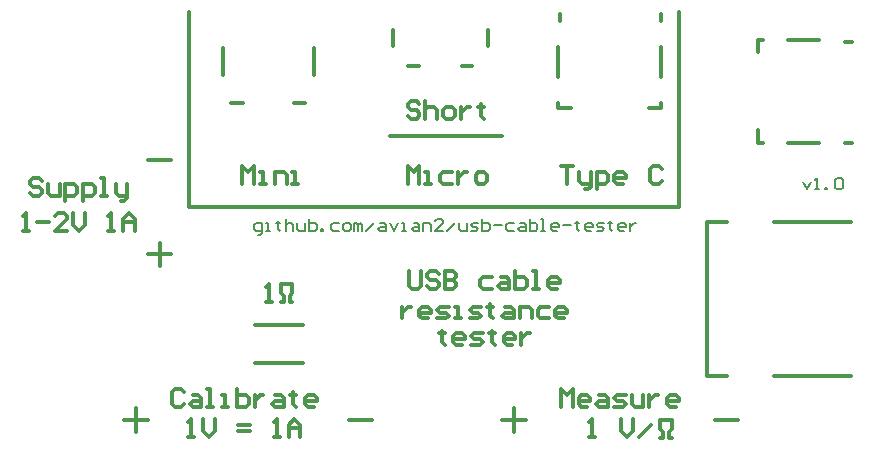
<source format=gto>
G04 Layer_Color=65535*
%FSLAX25Y25*%
%MOIN*%
G70*
G01*
G75*
%ADD37C,0.01181*%
%ADD38C,0.00787*%
D37*
X221850Y53150D02*
X222835D01*
Y55118D01*
X221850Y56102D02*
Y59055D01*
X225787D01*
Y56102D02*
Y59055D01*
X224803Y53150D02*
Y54134D01*
Y53150D02*
X225787D01*
X224803Y54134D02*
Y55118D01*
X225787Y56102D01*
X221850Y56102D02*
X222835Y55118D01*
X237453Y73492D02*
Y125067D01*
Y73492D02*
X244146D01*
X260051D02*
X285433D01*
X260051Y125067D02*
X285484D01*
X237453D02*
X244146D01*
X95472Y101378D02*
X96457Y100394D01*
X98425D02*
X99410Y101378D01*
X98425Y99409D02*
Y100394D01*
Y98425D02*
X99410D01*
X98425D02*
Y99409D01*
X99410Y101378D02*
Y104331D01*
X95472D02*
X99410D01*
X95472Y101378D02*
Y104331D01*
X96457Y98425D02*
Y100394D01*
X95472Y98425D02*
X96457D01*
X240158Y59055D02*
X248031D01*
X173228Y55118D02*
Y62992D01*
X169291Y59055D02*
X177165D01*
X118110D02*
X125984D01*
X47244Y55118D02*
Y62992D01*
X43307Y59055D02*
X51181D01*
Y114173D02*
X59055D01*
X51181Y145669D02*
X59055D01*
X55118Y110236D02*
Y118110D01*
X131890Y153543D02*
X169291D01*
X228346Y129921D02*
Y194882D01*
X64961Y129921D02*
X228346D01*
X64961D02*
Y194882D01*
X87071Y77976D02*
X102819D01*
X87071Y90772D02*
X102819D01*
X188709Y191858D02*
Y194417D01*
X218197Y163118D02*
X222331D01*
Y191858D02*
Y194417D01*
Y173158D02*
Y183197D01*
Y163118D02*
Y164693D01*
X188039Y163118D02*
Y164693D01*
Y173158D02*
Y183197D01*
Y163118D02*
X192173D01*
X138071Y177027D02*
X141417D01*
X132953Y183524D02*
Y188839D01*
X164449Y183524D02*
Y188839D01*
X155984Y177027D02*
X159331D01*
X99803Y164599D02*
X103740D01*
X106496Y173850D02*
Y182984D01*
X76181Y173850D02*
Y182984D01*
X78937Y164599D02*
X82874D01*
X283425Y185000D02*
X285984D01*
X254685Y151378D02*
Y155512D01*
X283425Y151378D02*
X285984D01*
X264724D02*
X274764D01*
X254685D02*
X256260D01*
X254685Y185669D02*
X256260D01*
X264724D02*
X274764D01*
X254685Y181535D02*
Y185669D01*
X63152Y68184D02*
X62168Y69168D01*
X60201D01*
X59217Y68184D01*
Y64249D01*
X60201Y63265D01*
X62168D01*
X63152Y64249D01*
X66104Y67200D02*
X68072D01*
X69056Y66216D01*
Y63265D01*
X66104D01*
X65120Y64249D01*
X66104Y65233D01*
X69056D01*
X71024Y63265D02*
X72992D01*
X72008D01*
Y69168D01*
X71024D01*
X75943Y63265D02*
X77911D01*
X76927D01*
Y67200D01*
X75943D01*
X80863Y69168D02*
Y63265D01*
X83815D01*
X84799Y64249D01*
Y65233D01*
Y66216D01*
X83815Y67200D01*
X80863D01*
X86767D02*
Y63265D01*
Y65233D01*
X87751Y66216D01*
X88735Y67200D01*
X89719D01*
X93654D02*
X95622D01*
X96606Y66216D01*
Y63265D01*
X93654D01*
X92670Y64249D01*
X93654Y65233D01*
X96606D01*
X99558Y68184D02*
Y67200D01*
X98574D01*
X100542D01*
X99558D01*
Y64249D01*
X100542Y63265D01*
X106445D02*
X104478D01*
X103494Y64249D01*
Y66216D01*
X104478Y67200D01*
X106445D01*
X107429Y66216D01*
Y65233D01*
X103494D01*
X64628Y53346D02*
X66596D01*
X65612D01*
Y59249D01*
X64628Y58265D01*
X69548Y59249D02*
Y55314D01*
X71516Y53346D01*
X73484Y55314D01*
Y59249D01*
X81355Y55314D02*
X85291D01*
X81355Y57282D02*
X85291D01*
X93162Y53346D02*
X95130D01*
X94146D01*
Y59249D01*
X93162Y58265D01*
X98082Y53346D02*
Y57282D01*
X100050Y59249D01*
X102018Y57282D01*
Y53346D01*
Y56298D01*
X98082D01*
X138284Y108648D02*
Y103728D01*
X139267Y102744D01*
X141235D01*
X142219Y103728D01*
Y108648D01*
X148123Y107664D02*
X147139Y108648D01*
X145171D01*
X144187Y107664D01*
Y106680D01*
X145171Y105696D01*
X147139D01*
X148123Y104712D01*
Y103728D01*
X147139Y102744D01*
X145171D01*
X144187Y103728D01*
X150091Y108648D02*
Y102744D01*
X153042D01*
X154026Y103728D01*
Y104712D01*
X153042Y105696D01*
X150091D01*
X153042D01*
X154026Y106680D01*
Y107664D01*
X153042Y108648D01*
X150091D01*
X165834Y106680D02*
X162882D01*
X161898Y105696D01*
Y103728D01*
X162882Y102744D01*
X165834D01*
X168785Y106680D02*
X170753D01*
X171737Y105696D01*
Y102744D01*
X168785D01*
X167801Y103728D01*
X168785Y104712D01*
X171737D01*
X173705Y108648D02*
Y102744D01*
X176657D01*
X177641Y103728D01*
Y104712D01*
Y105696D01*
X176657Y106680D01*
X173705D01*
X179609Y102744D02*
X181577D01*
X180593D01*
Y108648D01*
X179609D01*
X187480Y102744D02*
X185512D01*
X184528Y103728D01*
Y105696D01*
X185512Y106680D01*
X187480D01*
X188464Y105696D01*
Y104712D01*
X184528D01*
X135824Y96761D02*
Y92825D01*
Y94793D01*
X136808Y95777D01*
X137792Y96761D01*
X138776D01*
X144679Y92825D02*
X142711D01*
X141727Y93809D01*
Y95777D01*
X142711Y96761D01*
X144679D01*
X145663Y95777D01*
Y94793D01*
X141727D01*
X147631Y92825D02*
X150583D01*
X151567Y93809D01*
X150583Y94793D01*
X148615D01*
X147631Y95777D01*
X148615Y96761D01*
X151567D01*
X153534Y92825D02*
X155502D01*
X154518D01*
Y96761D01*
X153534D01*
X158454Y92825D02*
X161406D01*
X162390Y93809D01*
X161406Y94793D01*
X159438D01*
X158454Y95777D01*
X159438Y96761D01*
X162390D01*
X165342Y97745D02*
Y96761D01*
X164358D01*
X166326D01*
X165342D01*
Y93809D01*
X166326Y92825D01*
X170261Y96761D02*
X172229D01*
X173213Y95777D01*
Y92825D01*
X170261D01*
X169277Y93809D01*
X170261Y94793D01*
X173213D01*
X175181Y92825D02*
Y96761D01*
X178133D01*
X179117Y95777D01*
Y92825D01*
X185020Y96761D02*
X182069D01*
X181085Y95777D01*
Y93809D01*
X182069Y92825D01*
X185020D01*
X189940D02*
X187972D01*
X186988Y93809D01*
Y95777D01*
X187972Y96761D01*
X189940D01*
X190924Y95777D01*
Y94793D01*
X186988D01*
X149107Y88810D02*
Y87826D01*
X148123D01*
X150091D01*
X149107D01*
Y84874D01*
X150091Y83890D01*
X155994D02*
X154026D01*
X153042Y84874D01*
Y86842D01*
X154026Y87826D01*
X155994D01*
X156978Y86842D01*
Y85858D01*
X153042D01*
X158946Y83890D02*
X161898D01*
X162882Y84874D01*
X161898Y85858D01*
X159930D01*
X158946Y86842D01*
X159930Y87826D01*
X162882D01*
X165834Y88810D02*
Y87826D01*
X164850D01*
X166818D01*
X165834D01*
Y84874D01*
X166818Y83890D01*
X172721D02*
X170753D01*
X169769Y84874D01*
Y86842D01*
X170753Y87826D01*
X172721D01*
X173705Y86842D01*
Y85858D01*
X169769D01*
X175673Y87826D02*
Y83890D01*
Y85858D01*
X176657Y86842D01*
X177641Y87826D01*
X178625D01*
X188843Y63265D02*
Y69168D01*
X190811Y67200D01*
X192779Y69168D01*
Y63265D01*
X197698D02*
X195731D01*
X194747Y64249D01*
Y66216D01*
X195731Y67200D01*
X197698D01*
X198682Y66216D01*
Y65233D01*
X194747D01*
X201634Y67200D02*
X203602D01*
X204586Y66216D01*
Y63265D01*
X201634D01*
X200650Y64249D01*
X201634Y65233D01*
X204586D01*
X206554Y63265D02*
X209506D01*
X210490Y64249D01*
X209506Y65233D01*
X207538D01*
X206554Y66216D01*
X207538Y67200D01*
X210490D01*
X212457D02*
Y64249D01*
X213441Y63265D01*
X216393D01*
Y67200D01*
X218361D02*
Y63265D01*
Y65233D01*
X219345Y66216D01*
X220329Y67200D01*
X221313D01*
X227217Y63265D02*
X225249D01*
X224265Y64249D01*
Y66216D01*
X225249Y67200D01*
X227217D01*
X228200Y66216D01*
Y65233D01*
X224265D01*
X198190Y53346D02*
X200158D01*
X199174D01*
Y59249D01*
X198190Y58265D01*
X209014Y59249D02*
Y55314D01*
X210982Y53346D01*
X212949Y55314D01*
Y59249D01*
X214917Y53346D02*
X218853Y57282D01*
X15844Y138723D02*
X14860Y139707D01*
X12892D01*
X11908Y138723D01*
Y137739D01*
X12892Y136755D01*
X14860D01*
X15844Y135771D01*
Y134787D01*
X14860Y133803D01*
X12892D01*
X11908Y134787D01*
X17811Y137739D02*
Y134787D01*
X18795Y133803D01*
X21747D01*
Y137739D01*
X23715Y131835D02*
Y137739D01*
X26667D01*
X27651Y136755D01*
Y134787D01*
X26667Y133803D01*
X23715D01*
X29618Y131835D02*
Y137739D01*
X32570D01*
X33554Y136755D01*
Y134787D01*
X32570Y133803D01*
X29618D01*
X35522D02*
X37490D01*
X36506D01*
Y139707D01*
X35522D01*
X40442Y137739D02*
Y134787D01*
X41426Y133803D01*
X44377D01*
Y132819D01*
X43394Y131835D01*
X42410D01*
X44377Y133803D02*
Y137739D01*
X9448Y121916D02*
X11416D01*
X10432D01*
Y127820D01*
X9448Y126836D01*
X14368Y124868D02*
X18303D01*
X24207Y121916D02*
X20271D01*
X24207Y125852D01*
Y126836D01*
X23223Y127820D01*
X21255D01*
X20271Y126836D01*
X26175Y127820D02*
Y123884D01*
X28143Y121916D01*
X30110Y123884D01*
Y127820D01*
X37982Y121916D02*
X39950D01*
X38966D01*
Y127820D01*
X37982Y126836D01*
X42902Y121916D02*
Y125852D01*
X44870Y127820D01*
X46837Y125852D01*
Y121916D01*
Y124868D01*
X42902D01*
X90551Y98425D02*
X92519D01*
X91535D01*
Y104329D01*
X90551Y103345D01*
X141731Y164368D02*
X140747Y165352D01*
X138779D01*
X137795Y164368D01*
Y163384D01*
X138779Y162401D01*
X140747D01*
X141731Y161417D01*
Y160433D01*
X140747Y159449D01*
X138779D01*
X137795Y160433D01*
X143699Y165352D02*
Y159449D01*
Y162401D01*
X144683Y163384D01*
X146651D01*
X147635Y162401D01*
Y159449D01*
X150586D02*
X152554D01*
X153538Y160433D01*
Y162401D01*
X152554Y163384D01*
X150586D01*
X149602Y162401D01*
Y160433D01*
X150586Y159449D01*
X155506Y163384D02*
Y159449D01*
Y161417D01*
X156490Y162401D01*
X157474Y163384D01*
X158458D01*
X162394Y164368D02*
Y163384D01*
X161410D01*
X163377D01*
X162394D01*
Y160433D01*
X163377Y159449D01*
X188976Y143699D02*
X192912D01*
X190944D01*
Y137795D01*
X194880Y141731D02*
Y138779D01*
X195864Y137795D01*
X198816D01*
Y136811D01*
X197832Y135827D01*
X196848D01*
X198816Y137795D02*
Y141731D01*
X200784Y135827D02*
Y141731D01*
X203735D01*
X204719Y140747D01*
Y138779D01*
X203735Y137795D01*
X200784D01*
X209639D02*
X207671D01*
X206687Y138779D01*
Y140747D01*
X207671Y141731D01*
X209639D01*
X210623Y140747D01*
Y139763D01*
X206687D01*
X222430Y142715D02*
X221446Y143699D01*
X219478D01*
X218494Y142715D01*
Y138779D01*
X219478Y137795D01*
X221446D01*
X222430Y138779D01*
X137795Y137795D02*
Y143699D01*
X139763Y141731D01*
X141731Y143699D01*
Y137795D01*
X143699D02*
X145667D01*
X144683D01*
Y141731D01*
X143699D01*
X152554D02*
X149602D01*
X148618Y140747D01*
Y138779D01*
X149602Y137795D01*
X152554D01*
X154522Y141731D02*
Y137795D01*
Y139763D01*
X155506Y140747D01*
X156490Y141731D01*
X157474D01*
X161410Y137795D02*
X163377D01*
X164362Y138779D01*
Y140747D01*
X163377Y141731D01*
X161410D01*
X160426Y140747D01*
Y138779D01*
X161410Y137795D01*
X82677Y137795D02*
Y143699D01*
X84645Y141731D01*
X86613Y143699D01*
Y137795D01*
X88581D02*
X90549D01*
X89565D01*
Y141731D01*
X88581D01*
X93500Y137795D02*
Y141731D01*
X96452D01*
X97436Y140747D01*
Y137795D01*
X99404D02*
X101372D01*
X100388D01*
Y141731D01*
X99404D01*
D38*
X269685Y138451D02*
X270997Y135827D01*
X272309Y138451D01*
X273621Y135827D02*
X274933D01*
X274277D01*
Y139762D01*
X273621Y139107D01*
X276901Y135827D02*
Y136483D01*
X277556D01*
Y135827D01*
X276901D01*
X280180Y139107D02*
X280836Y139762D01*
X282148D01*
X282804Y139107D01*
Y136483D01*
X282148Y135827D01*
X280836D01*
X280180Y136483D01*
Y139107D01*
X87926Y120735D02*
X88582D01*
X89238Y121391D01*
Y124671D01*
X87270D01*
X86614Y124015D01*
Y122703D01*
X87270Y122047D01*
X89238D01*
X90550D02*
X91862D01*
X91206D01*
Y124671D01*
X90550D01*
X94486Y125327D02*
Y124671D01*
X93830D01*
X95142D01*
X94486D01*
Y122703D01*
X95142Y122047D01*
X97110Y125983D02*
Y122047D01*
Y124015D01*
X97765Y124671D01*
X99077D01*
X99733Y124015D01*
Y122047D01*
X101045Y124671D02*
Y122703D01*
X101701Y122047D01*
X103669D01*
Y124671D01*
X104981Y125983D02*
Y122047D01*
X106949D01*
X107605Y122703D01*
Y123359D01*
Y124015D01*
X106949Y124671D01*
X104981D01*
X108917Y122047D02*
Y122703D01*
X109573D01*
Y122047D01*
X108917D01*
X114820Y124671D02*
X112852D01*
X112197Y124015D01*
Y122703D01*
X112852Y122047D01*
X114820D01*
X116788D02*
X118100D01*
X118756Y122703D01*
Y124015D01*
X118100Y124671D01*
X116788D01*
X116132Y124015D01*
Y122703D01*
X116788Y122047D01*
X120068D02*
Y124671D01*
X120724D01*
X121380Y124015D01*
Y122047D01*
Y124015D01*
X122036Y124671D01*
X122692Y124015D01*
Y122047D01*
X124004D02*
X126628Y124671D01*
X128595D02*
X129907D01*
X130563Y124015D01*
Y122047D01*
X128595D01*
X127939Y122703D01*
X128595Y123359D01*
X130563D01*
X131875Y124671D02*
X133187Y122047D01*
X134499Y124671D01*
X135811Y122047D02*
X137123D01*
X136467D01*
Y124671D01*
X135811D01*
X139747D02*
X141059D01*
X141715Y124015D01*
Y122047D01*
X139747D01*
X139091Y122703D01*
X139747Y123359D01*
X141715D01*
X143026Y122047D02*
Y124671D01*
X144994D01*
X145650Y124015D01*
Y122047D01*
X149586D02*
X146962D01*
X149586Y124671D01*
Y125327D01*
X148930Y125983D01*
X147618D01*
X146962Y125327D01*
X150898Y122047D02*
X153522Y124671D01*
X154834D02*
Y122703D01*
X155490Y122047D01*
X157457D01*
Y124671D01*
X158769Y122047D02*
X160737D01*
X161393Y122703D01*
X160737Y123359D01*
X159425D01*
X158769Y124015D01*
X159425Y124671D01*
X161393D01*
X162705Y125983D02*
Y122047D01*
X164673D01*
X165329Y122703D01*
Y123359D01*
Y124015D01*
X164673Y124671D01*
X162705D01*
X166641Y124015D02*
X169265D01*
X173200Y124671D02*
X171233D01*
X170577Y124015D01*
Y122703D01*
X171233Y122047D01*
X173200D01*
X175168Y124671D02*
X176480D01*
X177136Y124015D01*
Y122047D01*
X175168D01*
X174512Y122703D01*
X175168Y123359D01*
X177136D01*
X178448Y125983D02*
Y122047D01*
X180416D01*
X181072Y122703D01*
Y123359D01*
Y124015D01*
X180416Y124671D01*
X178448D01*
X182384Y122047D02*
X183696D01*
X183040D01*
Y125983D01*
X182384D01*
X187631Y122047D02*
X186320D01*
X185664Y122703D01*
Y124015D01*
X186320Y124671D01*
X187631D01*
X188287Y124015D01*
Y123359D01*
X185664D01*
X189599Y124015D02*
X192223D01*
X194191Y125327D02*
Y124671D01*
X193535D01*
X194847D01*
X194191D01*
Y122703D01*
X194847Y122047D01*
X198783D02*
X197471D01*
X196815Y122703D01*
Y124015D01*
X197471Y124671D01*
X198783D01*
X199439Y124015D01*
Y123359D01*
X196815D01*
X200751Y122047D02*
X202718D01*
X203374Y122703D01*
X202718Y123359D01*
X201407D01*
X200751Y124015D01*
X201407Y124671D01*
X203374D01*
X205342Y125327D02*
Y124671D01*
X204686D01*
X205998D01*
X205342D01*
Y122703D01*
X205998Y122047D01*
X209934D02*
X208622D01*
X207966Y122703D01*
Y124015D01*
X208622Y124671D01*
X209934D01*
X210590Y124015D01*
Y123359D01*
X207966D01*
X211902Y124671D02*
Y122047D01*
Y123359D01*
X212558Y124015D01*
X213214Y124671D01*
X213870D01*
M02*

</source>
